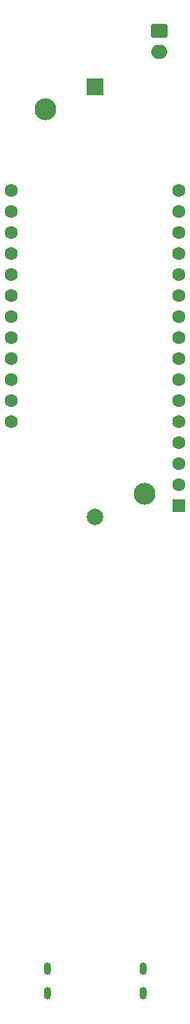
<source format=gbr>
%TF.GenerationSoftware,KiCad,Pcbnew,(6.0.4-0)*%
%TF.CreationDate,2022-12-13T14:35:05+01:00*%
%TF.ProjectId,ControllerBoard,436f6e74-726f-46c6-9c65-72426f617264,rev?*%
%TF.SameCoordinates,Original*%
%TF.FileFunction,Soldermask,Bot*%
%TF.FilePolarity,Negative*%
%FSLAX46Y46*%
G04 Gerber Fmt 4.6, Leading zero omitted, Abs format (unit mm)*
G04 Created by KiCad (PCBNEW (6.0.4-0)) date 2022-12-13 14:35:05*
%MOMM*%
%LPD*%
G01*
G04 APERTURE LIST*
G04 Aperture macros list*
%AMRoundRect*
0 Rectangle with rounded corners*
0 $1 Rounding radius*
0 $2 $3 $4 $5 $6 $7 $8 $9 X,Y pos of 4 corners*
0 Add a 4 corners polygon primitive as box body*
4,1,4,$2,$3,$4,$5,$6,$7,$8,$9,$2,$3,0*
0 Add four circle primitives for the rounded corners*
1,1,$1+$1,$2,$3*
1,1,$1+$1,$4,$5*
1,1,$1+$1,$6,$7*
1,1,$1+$1,$8,$9*
0 Add four rect primitives between the rounded corners*
20,1,$1+$1,$2,$3,$4,$5,0*
20,1,$1+$1,$4,$5,$6,$7,0*
20,1,$1+$1,$6,$7,$8,$9,0*
20,1,$1+$1,$8,$9,$2,$3,0*%
G04 Aperture macros list end*
%ADD10O,2.000000X1.700000*%
%ADD11RoundRect,0.250000X-0.750000X0.600000X-0.750000X-0.600000X0.750000X-0.600000X0.750000X0.600000X0*%
%ADD12R,1.600000X1.600000*%
%ADD13C,1.600000*%
%ADD14O,0.900000X1.500000*%
%ADD15C,2.640000*%
%ADD16R,2.000000X2.000000*%
%ADD17C,2.000000*%
G04 APERTURE END LIST*
D10*
%TO.C,X1*%
X118410000Y-60178000D03*
D11*
X118410000Y-57678000D03*
%TD*%
D12*
%TO.C,A1*%
X120796500Y-115062000D03*
D13*
X120796500Y-112522000D03*
X120796500Y-109982000D03*
X120796500Y-107442000D03*
X120796500Y-104902000D03*
X120796500Y-102362000D03*
X120796500Y-99822000D03*
X120796500Y-97282000D03*
X120796500Y-94742000D03*
X120796500Y-92202000D03*
X120796500Y-89662000D03*
X120796500Y-87122000D03*
X120796500Y-84582000D03*
X120796500Y-82042000D03*
X120796500Y-79502000D03*
X120796500Y-76962000D03*
X100476500Y-76962000D03*
X100476500Y-79502000D03*
X100476500Y-82042000D03*
X100476500Y-84582000D03*
X100476500Y-87122000D03*
X100476500Y-89662000D03*
X100476500Y-92202000D03*
X100476500Y-94742000D03*
X100476500Y-97282000D03*
X100476500Y-99822000D03*
X100476500Y-102362000D03*
X100476500Y-104902000D03*
%TD*%
D14*
%TO.C,J2*%
X104850000Y-174000000D03*
X116450000Y-174000000D03*
X104850000Y-171000000D03*
X116450000Y-171000000D03*
%TD*%
D15*
%TO.C,BT1*%
X104622000Y-67139000D03*
X116612000Y-113619000D03*
D16*
X110617000Y-64389000D03*
D17*
X110617000Y-116379000D03*
%TD*%
M02*

</source>
